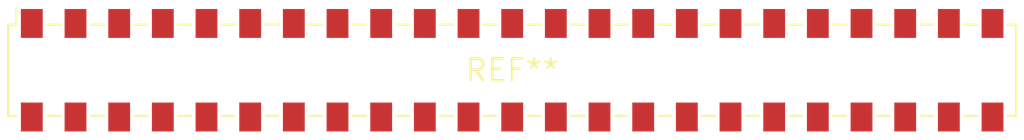
<source format=kicad_pcb>
(kicad_pcb (version 20240108) (generator pcbnew)
  (layers (0 "F.Cu" signal) (31 "B.Cu" signal) (34 "B.Paste" user) (35 "F.Paste" user) (36 "B.SilkS" user "B.Silkscreen") (37 "F.SilkS" user "F.Silkscreen") (38 "B.Mask" user) (39 "F.Mask" user) (44 "Edge.Cuts" user))
  (net 0 "")
  (footprint "Samtec_HLE-123-02-xxx-DV-BE_2x23_P2.54mm_Horizontal" (layer "F.Cu") (at 0 0)
    (property "Reference" "REF**")
    (property "Value" "Samtec_HLE-123-02-xxx-DV-BE_2x23_P2.54mm_Horizontal")
    (fp_line (start -29.32 -2.65) (end -29.32 2.65) (layer "F.SilkS") (stroke (width 0.12)))
    (fp_line (start -29.32 2.65) (end -28.835 2.65) (layer "F.SilkS") (stroke (width 0.12)))
    (fp_line (start -28.835 -3.56) (end -28.835 -2.65) (layer "F.SilkS") (stroke (width 0.12)))
    (fp_line (start -28.835 -2.65) (end -29.32 -2.65) (layer "F.SilkS") (stroke (width 0.12)))
    (fp_line (start -27.045 -2.65) (end -26.295 -2.65) (layer "F.SilkS") (stroke (width 0.12)))
    (fp_line (start -27.045 2.65) (end -26.295 2.65) (layer "F.SilkS") (stroke (width 0.12)))
    (fp_line (start -24.505 -2.65) (end -23.755 -2.65) (layer "F.SilkS") (stroke (width 0.12)))
    (fp_line (start -24.505 2.65) (end -23.755 2.65) (layer "F.SilkS") (stroke (width 0.12)))
    (fp_line (start -21.965 -2.65) (end -21.215 -2.65) (layer "F.SilkS") (stroke (width 0.12)))
    (fp_line (start -21.965 2.65) (end -21.215 2.65) (layer "F.SilkS") (stroke (width 0.12)))
    (fp_line (start -19.425 -2.65) (end -18.675 -2.65) (layer "F.SilkS") (stroke (width 0.12)))
    (fp_line (start -19.425 2.65) (end -18.675 2.65) (layer "F.SilkS") (stroke (width 0.12)))
    (fp_line (start -16.885 -2.65) (end -16.135 -2.65) (layer "F.SilkS") (stroke (width 0.12)))
    (fp_line (start -16.885 2.65) (end -16.135 2.65) (layer "F.SilkS") (stroke (width 0.12)))
    (fp_line (start -14.345 -2.65) (end -13.595 -2.65) (layer "F.SilkS") (stroke (width 0.12)))
    (fp_line (start -14.345 2.65) (end -13.595 2.65) (layer "F.SilkS") (stroke (width 0.12)))
    (fp_line (start -11.805 -2.65) (end -11.055 -2.65) (layer "F.SilkS") (stroke (width 0.12)))
    (fp_line (start -11.805 2.65) (end -11.055 2.65) (layer "F.SilkS") (stroke (width 0.12)))
    (fp_line (start -9.265 -2.65) (end -8.515 -2.65) (layer "F.SilkS") (stroke (width 0.12)))
    (fp_line (start -9.265 2.65) (end -8.515 2.65) (layer "F.SilkS") (stroke (width 0.12)))
    (fp_line (start -6.725 -2.65) (end -5.975 -2.65) (layer "F.SilkS") (stroke (width 0.12)))
    (fp_line (start -6.725 2.65) (end -5.975 2.65) (layer "F.SilkS") (stroke (width 0.12)))
    (fp_line (start -4.185 -2.65) (end -3.435 -2.65) (layer "F.SilkS") (stroke (width 0.12)))
    (fp_line (start -4.185 2.65) (end -3.435 2.65) (layer "F.SilkS") (stroke (width 0.12)))
    (fp_line (start -1.645 -2.65) (end -0.895 -2.65) (layer "F.SilkS") (stroke (width 0.12)))
    (fp_line (start -1.645 2.65) (end -0.895 2.65) (layer "F.SilkS") (stroke (width 0.12)))
    (fp_line (start 0.895 -2.65) (end 1.645 -2.65) (layer "F.SilkS") (stroke (width 0.12)))
    (fp_line (start 0.895 2.65) (end 1.645 2.65) (layer "F.SilkS") (stroke (width 0.12)))
    (fp_line (start 3.435 -2.65) (end 4.185 -2.65) (layer "F.SilkS") (stroke (width 0.12)))
    (fp_line (start 3.435 2.65) (end 4.185 2.65) (layer "F.SilkS") (stroke (width 0.12)))
    (fp_line (start 5.975 -2.65) (end 6.725 -2.65) (layer "F.SilkS") (stroke (width 0.12)))
    (fp_line (start 5.975 2.65) (end 6.725 2.65) (layer "F.SilkS") (stroke (width 0.12)))
    (fp_line (start 8.515 -2.65) (end 9.265 -2.65) (layer "F.SilkS") (stroke (width 0.12)))
    (fp_line (start 8.515 2.65) (end 9.265 2.65) (layer "F.SilkS") (stroke (width 0.12)))
    (fp_line (start 11.055 -2.65) (end 11.805 -2.65) (layer "F.SilkS") (stroke (width 0.12)))
    (fp_line (start 11.055 2.65) (end 11.805 2.65) (layer "F.SilkS") (stroke (width 0.12)))
    (fp_line (start 13.595 -2.65) (end 14.345 -2.65) (layer "F.SilkS") (stroke (width 0.12)))
    (fp_line (start 13.595 2.65) (end 14.345 2.65) (layer "F.SilkS") (stroke (width 0.12)))
    (fp_line (start 16.135 -2.65) (end 16.885 -2.65) (layer "F.SilkS") (stroke (width 0.12)))
    (fp_line (start 16.135 2.65) (end 16.885 2.65) (layer "F.SilkS") (stroke (width 0.12)))
    (fp_line (start 18.675 -2.65) (end 19.425 -2.65) (layer "F.SilkS") (stroke (width 0.12)))
    (fp_line (start 18.675 2.65) (end 19.425 2.65) (layer "F.SilkS") (stroke (width 0.12)))
    (fp_line (start 21.215 -2.65) (end 21.965 -2.65) (layer "F.SilkS") (stroke (width 0.12)))
    (fp_line (start 21.215 2.65) (end 21.965 2.65) (layer "F.SilkS") (stroke (width 0.12)))
    (fp_line (start 23.755 -2.65) (end 24.505 -2.65) (layer "F.SilkS") (stroke (width 0.12)))
    (fp_line (start 23.755 2.65) (end 24.505 2.65) (layer "F.SilkS") (stroke (width 0.12)))
    (fp_line (start 26.295 -2.65) (end 27.045 -2.65) (layer "F.SilkS") (stroke (width 0.12)))
    (fp_line (start 26.295 2.65) (end 27.045 2.65) (layer "F.SilkS") (stroke (width 0.12)))
    (fp_line (start 28.835 -2.65) (end 29.32 -2.65) (layer "F.SilkS") (stroke (width 0.12)))
    (fp_line (start 29.32 -2.65) (end 29.32 2.65) (layer "F.SilkS") (stroke (width 0.12)))
    (fp_line (start 29.32 2.65) (end 28.835 2.65) (layer "F.SilkS") (stroke (width 0.12)))
    (pad "" np_thru_hole circle (at -27.94 -1.27) (size 0.97 0.97) (drill 0.97) (layers *.Cu *.Mask))
    (pad "" np_thru_hole circle (at -27.94 1.27) (size 0.97 0.97) (drill 0.97) (layers *.Cu *.Mask))
    (pad "" np_thru_hole circle (at -25.4 -1.27) (size 0.97 0.97) (drill 0.97) (layers *.Cu *.Mask))
    (pad "" np_thru_hole circle (at -25.4 1.27) (size 0.97 0.97) (drill 0.97) (layers *.Cu *.Mask))
    (pad "" np_thru_hole circle (at -22.86 -1.27) (size 0.97 0.97) (drill 0.97) (layers *.Cu *.Mask))
    (pad "" np_thru_hole circle (at -22.86 1.27) (size 0.97 0.97) (drill 0.97) (layers *.Cu *.Mask))
    (pad "" np_thru_hole circle (at -20.32 -1.27) (size 0.97 0.97) (drill 0.97) (layers *.Cu *.Mask))
    (pad "" np_thru_hole circle (at -20.32 1.27) (size 0.97 0.97) (drill 0.97) (layers *.Cu *.Mask))
    (pad "" np_thru_hole circle (at -17.78 -1.27) (size 0.97 0.97) (drill 0.97) (layers *.Cu *.Mask))
    (pad "" np_thru_hole circle (at -17.78 1.27) (size 0.97 0.97) (drill 0.97) (layers *.Cu *.Mask))
    (pad "" np_thru_hole circle (at -15.24 -1.27) (size 0.97 0.97) (drill 0.97) (layers *.Cu *.Mask))
    (pad "" np_thru_hole circle (at -15.24 1.27) (size 0.97 0.97) (drill 0.97) (layers *.Cu *.Mask))
    (pad "" np_thru_hole circle (at -12.7 -1.27) (size 0.97 0.97) (drill 0.97) (layers *.Cu *.Mask))
    (pad "" np_thru_hole circle (at -12.7 1.27) (size 0.97 0.97) (drill 0.97) (layers *.Cu *.Mask))
    (pad "" np_thru_hole circle (at -10.16 -1.27) (size 0.97 0.97) (drill 0.97) (layers *.Cu *.Mask))
    (pad "" np_thru_hole circle (at -10.16 1.27) (size 0.97 0.97) (drill 0.97) (layers *.Cu *.Mask))
    (pad "" np_thru_hole circle (at -7.62 -1.27) (size 0.97 0.97) (drill 0.97) (layers *.Cu *.Mask))
    (pad "" np_thru_hole circle (at -7.62 1.27) (size 0.97 0.97) (drill 0.97) (layers *.Cu *.Mask))
    (pad "" np_thru_hole circle (at -5.08 -1.27) (size 0.97 0.97) (drill 0.97) (layers *.Cu *.Mask))
    (pad "" np_thru_hole circle (at -5.08 1.27) (size 0.97 0.97) (drill 0.97) (layers *.Cu *.Mask))
    (pad "" np_thru_hole circle (at -2.54 -1.27) (size 0.97 0.97) (drill 0.97) (layers *.Cu *.Mask))
    (pad "" np_thru_hole circle (at -2.54 1.27) (size 0.97 0.97) (drill 0.97) (layers *.Cu *.Mask))
    (pad "" np_thru_hole circle (at 0 -1.27) (size 0.97 0.97) (drill 0.97) (layers *.Cu *.Mask))
    (pad "" np_thru_hole circle (at 0 1.27) (size 0.97 0.97) (drill 0.97) (layers *.Cu *.Mask))
    (pad "" np_thru_hole circle (at 2.54 -1.27) (size 0.97 0.97) (drill 0.97) (layers *.Cu *.Mask))
    (pad "" np_thru_hole circle (at 2.54 1.27) (size 0.97 0.97) (drill 0.97) (layers *.Cu *.Mask))
    (pad "" np_thru_hole circle (at 5.08 -1.27) (size 0.97 0.97) (drill 0.97) (layers *.Cu *.Mask))
    (pad "" np_thru_hole circle (at 5.08 1.27) (size 0.97 0.97) (drill 0.97) (layers *.Cu *.Mask))
    (pad "" np_thru_hole circle (at 7.62 -1.27) (size 0.97 0.97) (drill 0.97) (layers *.Cu *.Mask))
    (pad "" np_thru_hole circle (at 7.62 1.27) (size 0.97 0.97) (drill 0.97) (layers *.Cu *.Mask))
    (pad "" np_thru_hole circle (at 10.16 -1.27) (size 0.97 0.97) (drill 0.97) (layers *.Cu *.Mask))
    (pad "" np_thru_hole circle (at 10.16 1.27) (size 0.97 0.97) (drill 0.97) (layers *.Cu *.Mask))
    (pad "" np_thru_hole circle (at 12.7 -1.27) (size 0.97 0.97) (drill 0.97) (layers *.Cu *.Mask))
    (pad "" np_thru_hole circle (at 12.7 1.27) (size 0.97 0.97) (drill 0.97) (layers *.Cu *.Mask))
    (pad "" np_thru_hole circle (at 15.24 -1.27) (size 0.97 0.97) (drill 0.97) (layers *.Cu *.Mask))
    (pad "" np_thru_hole circle (at 15.24 1.27) (size 0.97 0.97) (drill 0.97) (layers *.Cu *.Mask))
    (pad "" np_thru_hole circle (at 17.78 -1.27) (size 0.97 0.97) (drill 0.97) (layers *.Cu *.Mask))
    (pad "" np_thru_hole circle (at 17.78 1.27) (size 0.97 0.97) (drill 0.97) (layers *.Cu *.Mask))
    (pad "" np_thru_hole circle (at 20.32 -1.27) (size 0.97 0.97) (drill 0.97) (layers *.Cu *.Mask))
    (pad "" np_thru_hole circle (at 20.32 1.27) (size 0.97 0.97) (drill 0.97) (layers *.Cu *.Mask))
    (pad "" np_thru_hole circle (at 22.86 -1.27) (size 0.97 0.97) (drill 0.97) (layers *.Cu *.Mask))
    (pad "" np_thru_hole circle (at 22.86 1.27) (size 0.97 0.97) (drill 0.97) (layers *.Cu *.Mask))
    (pad "" np_thru_hole circle (at 25.4 -1.27) (size 0.97 0.97) (drill 0.97) (layers *.Cu *.Mask))
    (pad "" np_thru_hole circle (at 25.4 1.27) (size 0.97 0.97) (drill 0.97) (layers *.Cu *.Mask))
    (pad "" np_thru_hole circle (at 27.94 -1.27) (size 0.97 0.97) (drill 0.97) (layers *.Cu *.Mask))
    (pad "" np_thru_hole circle (at 27.94 1.27) (size 0.97 0.97) (drill 0.97) (layers *.Cu *.Mask))
    (pad "1" smd rect (at -27.94 -2.72) (size 1.27 1.68) (layers "F.Cu" "F.Paste" "F.Mask"))
    (pad "2" smd rect (at -27.94 2.72) (size 1.27 1.68) (layers "F.Cu" "F.Paste" "F.Mask"))
    (pad "3" smd rect (at -25.4 -2.72) (size 1.27 1.68) (layers "F.Cu" "F.Paste" "F.Mask"))
    (pad "4" smd rect (at -25.4 2.72) (size 1.27 1.68) (layers "F.Cu" "F.Paste" "F.Mask"))
    (pad "5" smd rect (at -22.86 -2.72) (size 1.27 1.68) (layers "F.Cu" "F.Paste" "F.Mask"))
    (pad "6" smd rect (at -22.86 2.72) (size 1.27 1.68) (layers "F.Cu" "F.Paste" "F.Mask"))
    (pad "7" smd rect (at -20.32 -2.72) (size 1.27 1.68) (layers "F.Cu" "F.Paste" "F.Mask"))
    (pad "8" smd rect (at -20.32 2.72) (size 1.27 1.68) (layers "F.Cu" "F.Paste" "F.Mask"))
    (pad "9" smd rect (at -17.78 -2.72) (size 1.27 1.68) (layers "F.Cu" "F.Paste" "F.Mask"))
    (pad "10" smd rect (at -17.78 2.72) (size 1.27 1.68) (layers "F.Cu" "F.Paste" "F.Mask"))
    (pad "11" smd rect (at -15.24 -2.72) (size 1.27 1.68) (layers "F.Cu" "F.Paste" "F.Mask"))
    (pad "12" smd rect (at -15.24 2.72) (size 1.27 1.68) (layers "F.Cu" "F.Paste" "F.Mask"))
    (pad "13" smd rect (at -12.7 -2.72) (size 1.27 1.68) (layers "F.Cu" "F.Paste" "F.Mask"))
    (pad "14" smd rect (at -12.7 2.72) (size 1.27 1.68) (layers "F.Cu" "F.Paste" "F.Mask"))
    (pad "15" smd rect (at -10.16 -2.72) (size 1.27 1.68) (layers "F.Cu" "F.Paste" "F.Mask"))
    (pad "16" smd rect (at -10.16 2.72) (size 1.27 1.68) (layers "F.Cu" "F.Paste" "F.Mask"))
    (pad "17" smd rect (at -7.62 -2.72) (size 1.27 1.68) (layers "F.Cu" "F.Paste" "F.Mask"))
    (pad "18" smd rect (at -7.62 2.72) (size 1.27 1.68) (layers "F.Cu" "F.Paste" "F.Mask"))
    (pad "19" smd rect (at -5.08 -2.72) (size 1.27 1.68) (layers "F.Cu" "F.Paste" "F.Mask"))
    (pad "20" smd rect (at -5.08 2.72) (size 1.27 1.68) (layers "F.Cu" "F.Paste" "F.Mask"))
    (pad "21" smd rect (at -2.54 -2.72) (size 1.27 1.68) (layers "F.Cu" "F.Paste" "F.Mask"))
    (pad "22" smd rect (at -2.54 2.72) (size 1.27 1.68) (layers "F.Cu" "F.Paste" "F.Mask"))
    (pad "23" smd rect (at 0 -2.72) (size 1.27 1.68) (layers "F.Cu" "F.Paste" "F.Mask"))
    (pad "24" smd rect (at 0 2.72) (size 1.27 1.68) (layers "F.Cu" "F.Paste" "F.Mask"))
    (pad "25" smd rect (at 2.54 -2.72) (size 1.27 1.68) (layers "F.Cu" "F.Paste" "F.Mask"))
    (pad "26" smd rect (at 2.54 2.72) (size 1.27 1.68) (layers "F.Cu" "F.Paste" "F.Mask"))
    (pad "27" smd rect (at 5.08 -2.72) (size 1.27 1.68) (layers "F.Cu" "F.Paste" "F.Mask"))
    (pad "28" smd rect (at 5.08 2.72) (size 1.27 1.68) (layers "F.Cu" "F.Paste" "F.Mask"))
    (pad "29" smd rect (at 7.62 -2.72) (size 1.27 1.68) (layers "F.Cu" "F.Paste" "F.Mask"))
    (pad "30" smd rect (at 7.62 2.72) (size 1.27 1.68) (layers "F.Cu" "F.Paste" "F.Mask"))
    (pad "31" smd rect (at 10.16 -2.72) (size 1.27 1.68) (layers "F.Cu" "F.Paste" "F.Mask"))
    (pad "32" smd rect (at 10.16 2.72) (size 1.27 1.68) (layers "F.Cu" "F.Paste" "F.Mask"))
    (pad "33" smd rect (at 12.7 -2.72) (size 1.27 1.68) (layers "F.Cu" "F.Paste" "F.Mask"))
    (pad "34" smd rect (at 12.7 2.72) (size 1.27 1.68) (layers "F.Cu" "F.Paste" "F.Mask"))
    (pad "35" smd rect (at 15.24 -2.72) (size 1.27 1.68) (layers "F.Cu" "F.Paste" "F.Mask"))
    (pad "36" smd rect (at 15.24 2.72) (size 1.27 1.68) (layers "F.Cu" "F.Paste" "F.Mask"))
    (pad "37" smd rect (at 17.78 -2.72) (size 1.27 1.68) (layers "F.Cu" "F.Paste" "F.Mask"))
    (pad "38" smd rect (at 17.78 2.72) (size 1.27 1.68) (layers "F.Cu" "F.Paste" "F.Mask"))
    (pad "39" smd rect (at 20.32 -2.72) (size 1.27 1.68) (layers "F.Cu" "F.Paste" "F.Mask"))
    (pad "40" smd rect (at 20.32 2.72) (size 1.27 1.68) (layers "F.Cu" "F.Paste" "F.Mask"))
    (pad "41" smd rect (at 22.86 -2.72) (size 1.27 1.68) (layers "F.Cu" "F.Paste" "F.Mask"))
    (pad "42" smd rect (at 22.86 2.72) (size 1.27 1.68) (layers "F.Cu" "F.Paste" "F.Mask"))
    (pad "43" smd rect (at 25.4 -2.72) (size 1.27 1.68) (layers "F.Cu" "F.Paste" "F.Mask"))
    (pad "44" smd rect (at 25.4 2.72) (size 1.27 1.68) (layers "F.Cu" "F.Paste" "F.Mask"))
    (pad "45" smd rect (at 27.94 -2.72) (size 1.27 1.68) (layers "F.Cu" "F.Paste" "F.Mask"))
    (pad "46" smd rect (at 27.94 2.72) (size 1.27 1.68) (layers "F.Cu" "F.Paste" "F.Mask"))
  )
)
</source>
